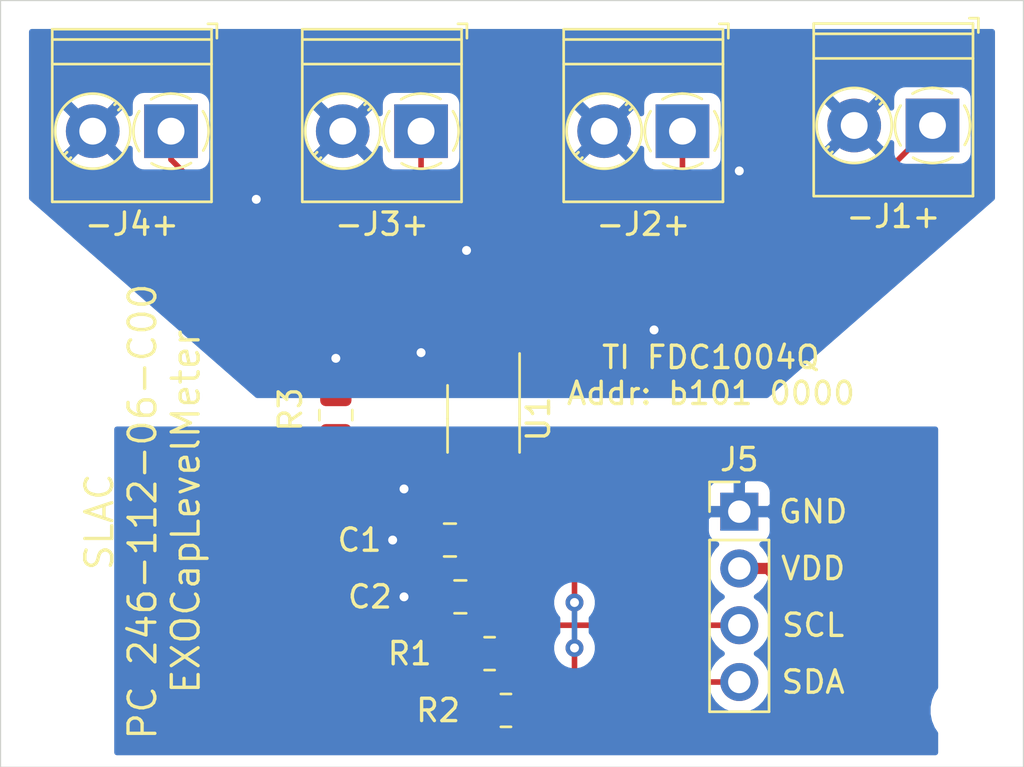
<source format=kicad_pcb>
(kicad_pcb (version 20171130) (host pcbnew "(5.1.10)-1")

  (general
    (thickness 1.6)
    (drawings 10)
    (tracks 116)
    (zones 0)
    (modules 15)
    (nets 11)
  )

  (page A4)
  (layers
    (0 F.Cu signal)
    (31 B.Cu signal)
    (32 B.Adhes user hide)
    (33 F.Adhes user hide)
    (34 B.Paste user hide)
    (35 F.Paste user hide)
    (36 B.SilkS user hide)
    (37 F.SilkS user)
    (38 B.Mask user hide)
    (39 F.Mask user)
    (40 Dwgs.User user hide)
    (41 Cmts.User user hide)
    (42 Eco1.User user hide)
    (43 Eco2.User user hide)
    (44 Edge.Cuts user)
    (45 Margin user hide)
    (46 B.CrtYd user hide)
    (47 F.CrtYd user hide)
    (48 B.Fab user hide)
    (49 F.Fab user hide)
  )

  (setup
    (last_trace_width 0.25)
    (user_trace_width 0.5)
    (user_trace_width 1)
    (trace_clearance 0.2)
    (zone_clearance 0.508)
    (zone_45_only no)
    (trace_min 0.1524)
    (via_size 0.8)
    (via_drill 0.4)
    (via_min_size 0.508)
    (via_min_drill 0.254)
    (uvia_size 0.3)
    (uvia_drill 0.1)
    (uvias_allowed no)
    (uvia_min_size 0.2)
    (uvia_min_drill 0.1)
    (edge_width 0.05)
    (segment_width 0.2)
    (pcb_text_width 0.3)
    (pcb_text_size 1.5 1.5)
    (mod_edge_width 0.12)
    (mod_text_size 1 1)
    (mod_text_width 0.15)
    (pad_size 1.524 1.524)
    (pad_drill 0.762)
    (pad_to_mask_clearance 0.0508)
    (aux_axis_origin 0 0)
    (visible_elements 7FFFFFFF)
    (pcbplotparams
      (layerselection 0x010fc_ffffffff)
      (usegerberextensions false)
      (usegerberattributes true)
      (usegerberadvancedattributes true)
      (creategerberjobfile true)
      (excludeedgelayer true)
      (linewidth 0.100000)
      (plotframeref false)
      (viasonmask false)
      (mode 1)
      (useauxorigin false)
      (hpglpennumber 1)
      (hpglpenspeed 20)
      (hpglpendiameter 15.000000)
      (psnegative false)
      (psa4output false)
      (plotreference true)
      (plotvalue true)
      (plotinvisibletext false)
      (padsonsilk false)
      (subtractmaskfromsilk false)
      (outputformat 4)
      (mirror false)
      (drillshape 2)
      (scaleselection 1)
      (outputdirectory "./"))
  )

  (net 0 "")
  (net 1 /VDD)
  (net 2 /GND)
  (net 3 "Net-(J1-Pad1)")
  (net 4 SHLD1)
  (net 5 "Net-(J2-Pad1)")
  (net 6 "Net-(J3-Pad1)")
  (net 7 "Net-(J4-Pad1)")
  (net 8 /SCL)
  (net 9 /SDA)
  (net 10 "Net-(R3-Pad2)")

  (net_class Default "This is the default net class."
    (clearance 0.2)
    (trace_width 0.25)
    (via_dia 0.8)
    (via_drill 0.4)
    (uvia_dia 0.3)
    (uvia_drill 0.1)
    (add_net /GND)
    (add_net /SCL)
    (add_net /SDA)
    (add_net /VDD)
    (add_net "Net-(J1-Pad1)")
    (add_net "Net-(J2-Pad1)")
    (add_net "Net-(J3-Pad1)")
    (add_net "Net-(J4-Pad1)")
    (add_net "Net-(R3-Pad2)")
    (add_net SHLD1)
  )

  (module MountingHole:MountingHole_2.2mm_M2 (layer F.Cu) (tedit 56D1B4CB) (tstamp 612595A6)
    (at 125.73 71.12)
    (descr "Mounting Hole 2.2mm, no annular, M2")
    (tags "mounting hole 2.2mm no annular m2")
    (attr virtual)
    (fp_text reference REF** (at -1.27 -2.54) (layer F.Fab)
      (effects (font (size 1 1) (thickness 0.15)))
    )
    (fp_text value MountingHole_2.2mm_M2 (at 0 3.2) (layer F.Fab)
      (effects (font (size 1 1) (thickness 0.15)))
    )
    (fp_circle (center 0 0) (end 2.45 0) (layer F.CrtYd) (width 0.05))
    (fp_circle (center 0 0) (end 2.2 0) (layer Cmts.User) (width 0.15))
    (fp_text user %R (at 0.3 0) (layer F.Fab)
      (effects (font (size 1 1) (thickness 0.15)))
    )
    (pad 1 np_thru_hole circle (at 0 0) (size 2.2 2.2) (drill 2.2) (layers *.Cu *.Mask))
  )

  (module MountingHole:MountingHole_2.2mm_M2 (layer F.Cu) (tedit 56D1B4CB) (tstamp 61259582)
    (at 85.09 71.12)
    (descr "Mounting Hole 2.2mm, no annular, M2")
    (tags "mounting hole 2.2mm no annular m2")
    (attr virtual)
    (fp_text reference REF** (at 0 -3.2) (layer F.Fab)
      (effects (font (size 1 1) (thickness 0.15)))
    )
    (fp_text value MountingHole_2.2mm_M2 (at 0 3.2) (layer F.Fab)
      (effects (font (size 1 1) (thickness 0.15)))
    )
    (fp_circle (center 0 0) (end 2.45 0) (layer F.CrtYd) (width 0.05))
    (fp_circle (center 0 0) (end 2.2 0) (layer Cmts.User) (width 0.15))
    (fp_text user %R (at 0.3 0) (layer F.Fab)
      (effects (font (size 1 1) (thickness 0.15)))
    )
    (pad 1 np_thru_hole circle (at 0 0) (size 2.2 2.2) (drill 2.2) (layers *.Cu *.Mask))
  )

  (module MountingHole:MountingHole_2.2mm_M2 (layer F.Cu) (tedit 56D1B4CB) (tstamp 61259665)
    (at 85.09 52.07)
    (descr "Mounting Hole 2.2mm, no annular, M2")
    (tags "mounting hole 2.2mm no annular m2")
    (attr virtual)
    (fp_text reference REF** (at 0 2.54) (layer F.Fab)
      (effects (font (size 1 1) (thickness 0.15)))
    )
    (fp_text value MountingHole_2.2mm_M2 (at 0 3.2) (layer F.Fab)
      (effects (font (size 1 1) (thickness 0.15)))
    )
    (fp_circle (center 0 0) (end 2.45 0) (layer F.CrtYd) (width 0.05))
    (fp_circle (center 0 0) (end 2.2 0) (layer Cmts.User) (width 0.15))
    (fp_text user %R (at 0.3 0) (layer F.Fab)
      (effects (font (size 1 1) (thickness 0.15)))
    )
    (pad 1 np_thru_hole circle (at 0 0) (size 2.2 2.2) (drill 2.2) (layers *.Cu *.Mask))
  )

  (module MountingHole:MountingHole_2.2mm_M2 (layer F.Cu) (tedit 56D1B4CB) (tstamp 612594D1)
    (at 125.73 52.07)
    (descr "Mounting Hole 2.2mm, no annular, M2")
    (tags "mounting hole 2.2mm no annular m2")
    (attr virtual)
    (fp_text reference REF** (at 0 2.54) (layer F.Fab)
      (effects (font (size 1 1) (thickness 0.15)))
    )
    (fp_text value MountingHole_2.2mm_M2 (at 0 3.2) (layer F.Fab)
      (effects (font (size 1 1) (thickness 0.15)))
    )
    (fp_circle (center 0 0) (end 2.45 0) (layer F.CrtYd) (width 0.05))
    (fp_circle (center 0 0) (end 2.2 0) (layer Cmts.User) (width 0.15))
    (fp_text user %R (at 0.3 0) (layer F.Fab)
      (effects (font (size 1 1) (thickness 0.15)))
    )
    (pad 1 np_thru_hole circle (at 0 0) (size 2.2 2.2) (drill 2.2) (layers *.Cu *.Mask))
  )

  (module Resistor_SMD:R_0805_2012Metric_Pad1.20x1.40mm_HandSolder (layer F.Cu) (tedit 5F68FEEE) (tstamp 61259116)
    (at 97.536 57.912 270)
    (descr "Resistor SMD 0805 (2012 Metric), square (rectangular) end terminal, IPC_7351 nominal with elongated pad for handsoldering. (Body size source: IPC-SM-782 page 72, https://www.pcb-3d.com/wordpress/wp-content/uploads/ipc-sm-782a_amendment_1_and_2.pdf), generated with kicad-footprint-generator")
    (tags "resistor handsolder")
    (path /61274285)
    (attr smd)
    (fp_text reference R3 (at -0.254 2.032 90) (layer F.SilkS)
      (effects (font (size 1 1) (thickness 0.15)))
    )
    (fp_text value 0 (at 0 1.65 90) (layer F.Fab)
      (effects (font (size 1 1) (thickness 0.15)))
    )
    (fp_line (start 1.85 0.95) (end -1.85 0.95) (layer F.CrtYd) (width 0.05))
    (fp_line (start 1.85 -0.95) (end 1.85 0.95) (layer F.CrtYd) (width 0.05))
    (fp_line (start -1.85 -0.95) (end 1.85 -0.95) (layer F.CrtYd) (width 0.05))
    (fp_line (start -1.85 0.95) (end -1.85 -0.95) (layer F.CrtYd) (width 0.05))
    (fp_line (start -0.227064 0.735) (end 0.227064 0.735) (layer F.SilkS) (width 0.12))
    (fp_line (start -0.227064 -0.735) (end 0.227064 -0.735) (layer F.SilkS) (width 0.12))
    (fp_line (start 1 0.625) (end -1 0.625) (layer F.Fab) (width 0.1))
    (fp_line (start 1 -0.625) (end 1 0.625) (layer F.Fab) (width 0.1))
    (fp_line (start -1 -0.625) (end 1 -0.625) (layer F.Fab) (width 0.1))
    (fp_line (start -1 0.625) (end -1 -0.625) (layer F.Fab) (width 0.1))
    (fp_text user %R (at 0 0 90) (layer F.Fab)
      (effects (font (size 0.5 0.5) (thickness 0.08)))
    )
    (pad 2 smd roundrect (at 1 0 270) (size 1.2 1.4) (layers F.Cu F.Paste F.Mask) (roundrect_rratio 0.2083325)
      (net 10 "Net-(R3-Pad2)"))
    (pad 1 smd roundrect (at -1 0 270) (size 1.2 1.4) (layers F.Cu F.Paste F.Mask) (roundrect_rratio 0.2083325)
      (net 4 SHLD1))
    (model ${KISYS3DMOD}/Resistor_SMD.3dshapes/R_0805_2012Metric.wrl
      (at (xyz 0 0 0))
      (scale (xyz 1 1 1))
      (rotate (xyz 0 0 0))
    )
  )

  (module Capacitor_SMD:C_0805_2012Metric_Pad1.18x1.45mm_HandSolder (layer F.Cu) (tedit 5F68FEEF) (tstamp 61256B00)
    (at 102.6375 63.5 180)
    (descr "Capacitor SMD 0805 (2012 Metric), square (rectangular) end terminal, IPC_7351 nominal with elongated pad for handsoldering. (Body size source: IPC-SM-782 page 76, https://www.pcb-3d.com/wordpress/wp-content/uploads/ipc-sm-782a_amendment_1_and_2.pdf, https://docs.google.com/spreadsheets/d/1BsfQQcO9C6DZCsRaXUlFlo91Tg2WpOkGARC1WS5S8t0/edit?usp=sharing), generated with kicad-footprint-generator")
    (tags "capacitor handsolder")
    (path /6125A59F)
    (attr smd)
    (fp_text reference C1 (at 4.0425 0) (layer F.SilkS)
      (effects (font (size 1 1) (thickness 0.15)))
    )
    (fp_text value 0.1uF (at -3.5775 2.54) (layer F.Fab)
      (effects (font (size 1 1) (thickness 0.15)))
    )
    (fp_line (start -1 0.625) (end -1 -0.625) (layer F.Fab) (width 0.1))
    (fp_line (start -1 -0.625) (end 1 -0.625) (layer F.Fab) (width 0.1))
    (fp_line (start 1 -0.625) (end 1 0.625) (layer F.Fab) (width 0.1))
    (fp_line (start 1 0.625) (end -1 0.625) (layer F.Fab) (width 0.1))
    (fp_line (start -0.261252 -0.735) (end 0.261252 -0.735) (layer F.SilkS) (width 0.12))
    (fp_line (start -0.261252 0.735) (end 0.261252 0.735) (layer F.SilkS) (width 0.12))
    (fp_line (start -1.88 0.98) (end -1.88 -0.98) (layer F.CrtYd) (width 0.05))
    (fp_line (start -1.88 -0.98) (end 1.88 -0.98) (layer F.CrtYd) (width 0.05))
    (fp_line (start 1.88 -0.98) (end 1.88 0.98) (layer F.CrtYd) (width 0.05))
    (fp_line (start 1.88 0.98) (end -1.88 0.98) (layer F.CrtYd) (width 0.05))
    (fp_text user %R (at 0 0) (layer F.Fab)
      (effects (font (size 0.5 0.5) (thickness 0.08)))
    )
    (pad 1 smd roundrect (at -1.0375 0 180) (size 1.175 1.45) (layers F.Cu F.Paste F.Mask) (roundrect_rratio 0.2127659574468085)
      (net 1 /VDD))
    (pad 2 smd roundrect (at 1.0375 0 180) (size 1.175 1.45) (layers F.Cu F.Paste F.Mask) (roundrect_rratio 0.2127659574468085)
      (net 2 /GND))
    (model ${KISYS3DMOD}/Capacitor_SMD.3dshapes/C_0805_2012Metric.wrl
      (at (xyz 0 0 0))
      (scale (xyz 1 1 1))
      (rotate (xyz 0 0 0))
    )
  )

  (module Capacitor_SMD:C_0805_2012Metric_Pad1.18x1.45mm_HandSolder (layer F.Cu) (tedit 5F68FEEF) (tstamp 61256B11)
    (at 103.1025 66.04 180)
    (descr "Capacitor SMD 0805 (2012 Metric), square (rectangular) end terminal, IPC_7351 nominal with elongated pad for handsoldering. (Body size source: IPC-SM-782 page 76, https://www.pcb-3d.com/wordpress/wp-content/uploads/ipc-sm-782a_amendment_1_and_2.pdf, https://docs.google.com/spreadsheets/d/1BsfQQcO9C6DZCsRaXUlFlo91Tg2WpOkGARC1WS5S8t0/edit?usp=sharing), generated with kicad-footprint-generator")
    (tags "capacitor handsolder")
    (path /6125AD74)
    (attr smd)
    (fp_text reference C2 (at 4.0425 0) (layer F.SilkS)
      (effects (font (size 1 1) (thickness 0.15)))
    )
    (fp_text value 1uF (at 0 1.68) (layer F.Fab)
      (effects (font (size 1 1) (thickness 0.15)))
    )
    (fp_line (start 1.88 0.98) (end -1.88 0.98) (layer F.CrtYd) (width 0.05))
    (fp_line (start 1.88 -0.98) (end 1.88 0.98) (layer F.CrtYd) (width 0.05))
    (fp_line (start -1.88 -0.98) (end 1.88 -0.98) (layer F.CrtYd) (width 0.05))
    (fp_line (start -1.88 0.98) (end -1.88 -0.98) (layer F.CrtYd) (width 0.05))
    (fp_line (start -0.261252 0.735) (end 0.261252 0.735) (layer F.SilkS) (width 0.12))
    (fp_line (start -0.261252 -0.735) (end 0.261252 -0.735) (layer F.SilkS) (width 0.12))
    (fp_line (start 1 0.625) (end -1 0.625) (layer F.Fab) (width 0.1))
    (fp_line (start 1 -0.625) (end 1 0.625) (layer F.Fab) (width 0.1))
    (fp_line (start -1 -0.625) (end 1 -0.625) (layer F.Fab) (width 0.1))
    (fp_line (start -1 0.625) (end -1 -0.625) (layer F.Fab) (width 0.1))
    (fp_text user %R (at 0 0) (layer F.Fab)
      (effects (font (size 0.5 0.5) (thickness 0.08)))
    )
    (pad 2 smd roundrect (at 1.0375 0 180) (size 1.175 1.45) (layers F.Cu F.Paste F.Mask) (roundrect_rratio 0.2127659574468085)
      (net 2 /GND))
    (pad 1 smd roundrect (at -1.0375 0 180) (size 1.175 1.45) (layers F.Cu F.Paste F.Mask) (roundrect_rratio 0.2127659574468085)
      (net 1 /VDD))
    (model ${KISYS3DMOD}/Capacitor_SMD.3dshapes/C_0805_2012Metric.wrl
      (at (xyz 0 0 0))
      (scale (xyz 1 1 1))
      (rotate (xyz 0 0 0))
    )
  )

  (module TerminalBlock_Phoenix:TerminalBlock_Phoenix_PT-1,5-2-3.5-H_1x02_P3.50mm_Horizontal (layer F.Cu) (tedit 5B294F3F) (tstamp 61256B3B)
    (at 124.206 44.958 180)
    (descr "Terminal Block Phoenix PT-1,5-2-3.5-H, 2 pins, pitch 3.5mm, size 7x7.6mm^2, drill diamater 1.2mm, pad diameter 2.4mm, see , script-generated using https://github.com/pointhi/kicad-footprint-generator/scripts/TerminalBlock_Phoenix")
    (tags "THT Terminal Block Phoenix PT-1,5-2-3.5-H pitch 3.5mm size 7x7.6mm^2 drill 1.2mm pad 2.4mm")
    (path /6125322E)
    (fp_text reference -J1+ (at 1.75 -4.064) (layer F.SilkS)
      (effects (font (size 1 1) (thickness 0.15)))
    )
    (fp_text value Conn_01x02_Female (at 1.75 5.56) (layer F.Fab)
      (effects (font (size 1 1) (thickness 0.15)))
    )
    (fp_circle (center 0 0) (end 1.5 0) (layer F.Fab) (width 0.1))
    (fp_circle (center 3.5 0) (end 5 0) (layer F.Fab) (width 0.1))
    (fp_circle (center 3.5 0) (end 5.18 0) (layer F.SilkS) (width 0.12))
    (fp_line (start -1.75 -3.1) (end 5.25 -3.1) (layer F.Fab) (width 0.1))
    (fp_line (start 5.25 -3.1) (end 5.25 4.5) (layer F.Fab) (width 0.1))
    (fp_line (start 5.25 4.5) (end -1.35 4.5) (layer F.Fab) (width 0.1))
    (fp_line (start -1.35 4.5) (end -1.75 4.1) (layer F.Fab) (width 0.1))
    (fp_line (start -1.75 4.1) (end -1.75 -3.1) (layer F.Fab) (width 0.1))
    (fp_line (start -1.75 4.1) (end 5.25 4.1) (layer F.Fab) (width 0.1))
    (fp_line (start -1.81 4.1) (end 5.31 4.1) (layer F.SilkS) (width 0.12))
    (fp_line (start -1.75 3) (end 5.25 3) (layer F.Fab) (width 0.1))
    (fp_line (start -1.81 3) (end 5.31 3) (layer F.SilkS) (width 0.12))
    (fp_line (start -1.81 -3.16) (end 5.31 -3.16) (layer F.SilkS) (width 0.12))
    (fp_line (start -1.81 4.56) (end 5.31 4.56) (layer F.SilkS) (width 0.12))
    (fp_line (start -1.81 -3.16) (end -1.81 4.56) (layer F.SilkS) (width 0.12))
    (fp_line (start 5.31 -3.16) (end 5.31 4.56) (layer F.SilkS) (width 0.12))
    (fp_line (start 1.138 -0.955) (end -0.955 1.138) (layer F.Fab) (width 0.1))
    (fp_line (start 0.955 -1.138) (end -1.138 0.955) (layer F.Fab) (width 0.1))
    (fp_line (start 4.638 -0.955) (end 2.546 1.138) (layer F.Fab) (width 0.1))
    (fp_line (start 4.455 -1.138) (end 2.363 0.955) (layer F.Fab) (width 0.1))
    (fp_line (start 4.775 -1.069) (end 4.646 -0.941) (layer F.SilkS) (width 0.12))
    (fp_line (start 2.525 1.181) (end 2.431 1.274) (layer F.SilkS) (width 0.12))
    (fp_line (start 4.57 -1.275) (end 4.476 -1.181) (layer F.SilkS) (width 0.12))
    (fp_line (start 2.355 0.941) (end 2.226 1.069) (layer F.SilkS) (width 0.12))
    (fp_line (start -2.05 4.16) (end -2.05 4.8) (layer F.SilkS) (width 0.12))
    (fp_line (start -2.05 4.8) (end -1.65 4.8) (layer F.SilkS) (width 0.12))
    (fp_line (start -2.25 -3.6) (end -2.25 5) (layer F.CrtYd) (width 0.05))
    (fp_line (start -2.25 5) (end 5.75 5) (layer F.CrtYd) (width 0.05))
    (fp_line (start 5.75 5) (end 5.75 -3.6) (layer F.CrtYd) (width 0.05))
    (fp_line (start 5.75 -3.6) (end -2.25 -3.6) (layer F.CrtYd) (width 0.05))
    (fp_arc (start 0 0) (end 0 1.68) (angle -32) (layer F.SilkS) (width 0.12))
    (fp_arc (start 0 0) (end 1.425 0.891) (angle -64) (layer F.SilkS) (width 0.12))
    (fp_arc (start 0 0) (end 0.866 -1.44) (angle -63) (layer F.SilkS) (width 0.12))
    (fp_arc (start 0 0) (end -1.44 -0.866) (angle -63) (layer F.SilkS) (width 0.12))
    (fp_arc (start 0 0) (end -0.866 1.44) (angle -32) (layer F.SilkS) (width 0.12))
    (fp_text user %R (at 1.75 2.4) (layer F.Fab)
      (effects (font (size 1 1) (thickness 0.15)))
    )
    (pad 1 thru_hole rect (at 0 0 180) (size 2.4 2.4) (drill 1.2) (layers *.Cu *.Mask)
      (net 3 "Net-(J1-Pad1)"))
    (pad 2 thru_hole circle (at 3.5 0 180) (size 2.4 2.4) (drill 1.2) (layers *.Cu *.Mask)
      (net 4 SHLD1))
    (model ${KISYS3DMOD}/TerminalBlock_Phoenix.3dshapes/TerminalBlock_Phoenix_PT-1,5-2-3.5-H_1x02_P3.50mm_Horizontal.wrl
      (at (xyz 0 0 0))
      (scale (xyz 1 1 1))
      (rotate (xyz 0 0 0))
    )
  )

  (module TerminalBlock_Phoenix:TerminalBlock_Phoenix_PT-1,5-2-3.5-H_1x02_P3.50mm_Horizontal (layer F.Cu) (tedit 5B294F3F) (tstamp 61256B65)
    (at 113.03 45.212 180)
    (descr "Terminal Block Phoenix PT-1,5-2-3.5-H, 2 pins, pitch 3.5mm, size 7x7.6mm^2, drill diamater 1.2mm, pad diameter 2.4mm, see , script-generated using https://github.com/pointhi/kicad-footprint-generator/scripts/TerminalBlock_Phoenix")
    (tags "THT Terminal Block Phoenix PT-1,5-2-3.5-H pitch 3.5mm size 7x7.6mm^2 drill 1.2mm pad 2.4mm")
    (path /6125582A)
    (fp_text reference -J2+ (at 1.75 -4.16) (layer F.SilkS)
      (effects (font (size 1 1) (thickness 0.15)))
    )
    (fp_text value Conn_01x02_Female (at 1.75 5.56) (layer F.Fab)
      (effects (font (size 1 1) (thickness 0.15)))
    )
    (fp_line (start 5.75 -3.6) (end -2.25 -3.6) (layer F.CrtYd) (width 0.05))
    (fp_line (start 5.75 5) (end 5.75 -3.6) (layer F.CrtYd) (width 0.05))
    (fp_line (start -2.25 5) (end 5.75 5) (layer F.CrtYd) (width 0.05))
    (fp_line (start -2.25 -3.6) (end -2.25 5) (layer F.CrtYd) (width 0.05))
    (fp_line (start -2.05 4.8) (end -1.65 4.8) (layer F.SilkS) (width 0.12))
    (fp_line (start -2.05 4.16) (end -2.05 4.8) (layer F.SilkS) (width 0.12))
    (fp_line (start 2.355 0.941) (end 2.226 1.069) (layer F.SilkS) (width 0.12))
    (fp_line (start 4.57 -1.275) (end 4.476 -1.181) (layer F.SilkS) (width 0.12))
    (fp_line (start 2.525 1.181) (end 2.431 1.274) (layer F.SilkS) (width 0.12))
    (fp_line (start 4.775 -1.069) (end 4.646 -0.941) (layer F.SilkS) (width 0.12))
    (fp_line (start 4.455 -1.138) (end 2.363 0.955) (layer F.Fab) (width 0.1))
    (fp_line (start 4.638 -0.955) (end 2.546 1.138) (layer F.Fab) (width 0.1))
    (fp_line (start 0.955 -1.138) (end -1.138 0.955) (layer F.Fab) (width 0.1))
    (fp_line (start 1.138 -0.955) (end -0.955 1.138) (layer F.Fab) (width 0.1))
    (fp_line (start 5.31 -3.16) (end 5.31 4.56) (layer F.SilkS) (width 0.12))
    (fp_line (start -1.81 -3.16) (end -1.81 4.56) (layer F.SilkS) (width 0.12))
    (fp_line (start -1.81 4.56) (end 5.31 4.56) (layer F.SilkS) (width 0.12))
    (fp_line (start -1.81 -3.16) (end 5.31 -3.16) (layer F.SilkS) (width 0.12))
    (fp_line (start -1.81 3) (end 5.31 3) (layer F.SilkS) (width 0.12))
    (fp_line (start -1.75 3) (end 5.25 3) (layer F.Fab) (width 0.1))
    (fp_line (start -1.81 4.1) (end 5.31 4.1) (layer F.SilkS) (width 0.12))
    (fp_line (start -1.75 4.1) (end 5.25 4.1) (layer F.Fab) (width 0.1))
    (fp_line (start -1.75 4.1) (end -1.75 -3.1) (layer F.Fab) (width 0.1))
    (fp_line (start -1.35 4.5) (end -1.75 4.1) (layer F.Fab) (width 0.1))
    (fp_line (start 5.25 4.5) (end -1.35 4.5) (layer F.Fab) (width 0.1))
    (fp_line (start 5.25 -3.1) (end 5.25 4.5) (layer F.Fab) (width 0.1))
    (fp_line (start -1.75 -3.1) (end 5.25 -3.1) (layer F.Fab) (width 0.1))
    (fp_circle (center 3.5 0) (end 5.18 0) (layer F.SilkS) (width 0.12))
    (fp_circle (center 3.5 0) (end 5 0) (layer F.Fab) (width 0.1))
    (fp_circle (center 0 0) (end 1.5 0) (layer F.Fab) (width 0.1))
    (fp_text user %R (at 1.75 2.4) (layer F.Fab)
      (effects (font (size 1 1) (thickness 0.15)))
    )
    (fp_arc (start 0 0) (end -0.866 1.44) (angle -32) (layer F.SilkS) (width 0.12))
    (fp_arc (start 0 0) (end -1.44 -0.866) (angle -63) (layer F.SilkS) (width 0.12))
    (fp_arc (start 0 0) (end 0.866 -1.44) (angle -63) (layer F.SilkS) (width 0.12))
    (fp_arc (start 0 0) (end 1.425 0.891) (angle -64) (layer F.SilkS) (width 0.12))
    (fp_arc (start 0 0) (end 0 1.68) (angle -32) (layer F.SilkS) (width 0.12))
    (pad 2 thru_hole circle (at 3.5 0 180) (size 2.4 2.4) (drill 1.2) (layers *.Cu *.Mask)
      (net 4 SHLD1))
    (pad 1 thru_hole rect (at 0 0 180) (size 2.4 2.4) (drill 1.2) (layers *.Cu *.Mask)
      (net 5 "Net-(J2-Pad1)"))
    (model ${KISYS3DMOD}/TerminalBlock_Phoenix.3dshapes/TerminalBlock_Phoenix_PT-1,5-2-3.5-H_1x02_P3.50mm_Horizontal.wrl
      (at (xyz 0 0 0))
      (scale (xyz 1 1 1))
      (rotate (xyz 0 0 0))
    )
  )

  (module TerminalBlock_Phoenix:TerminalBlock_Phoenix_PT-1,5-2-3.5-H_1x02_P3.50mm_Horizontal (layer F.Cu) (tedit 5B294F3F) (tstamp 61256B8F)
    (at 101.346 45.212 180)
    (descr "Terminal Block Phoenix PT-1,5-2-3.5-H, 2 pins, pitch 3.5mm, size 7x7.6mm^2, drill diamater 1.2mm, pad diameter 2.4mm, see , script-generated using https://github.com/pointhi/kicad-footprint-generator/scripts/TerminalBlock_Phoenix")
    (tags "THT Terminal Block Phoenix PT-1,5-2-3.5-H pitch 3.5mm size 7x7.6mm^2 drill 1.2mm pad 2.4mm")
    (path /61255BFD)
    (fp_text reference -J3+ (at 1.75 -4.16) (layer F.SilkS)
      (effects (font (size 1 1) (thickness 0.15)))
    )
    (fp_text value Conn_01x02_Female (at 1.75 5.56) (layer F.Fab)
      (effects (font (size 1 1) (thickness 0.15)))
    )
    (fp_circle (center 0 0) (end 1.5 0) (layer F.Fab) (width 0.1))
    (fp_circle (center 3.5 0) (end 5 0) (layer F.Fab) (width 0.1))
    (fp_circle (center 3.5 0) (end 5.18 0) (layer F.SilkS) (width 0.12))
    (fp_line (start -1.75 -3.1) (end 5.25 -3.1) (layer F.Fab) (width 0.1))
    (fp_line (start 5.25 -3.1) (end 5.25 4.5) (layer F.Fab) (width 0.1))
    (fp_line (start 5.25 4.5) (end -1.35 4.5) (layer F.Fab) (width 0.1))
    (fp_line (start -1.35 4.5) (end -1.75 4.1) (layer F.Fab) (width 0.1))
    (fp_line (start -1.75 4.1) (end -1.75 -3.1) (layer F.Fab) (width 0.1))
    (fp_line (start -1.75 4.1) (end 5.25 4.1) (layer F.Fab) (width 0.1))
    (fp_line (start -1.81 4.1) (end 5.31 4.1) (layer F.SilkS) (width 0.12))
    (fp_line (start -1.75 3) (end 5.25 3) (layer F.Fab) (width 0.1))
    (fp_line (start -1.81 3) (end 5.31 3) (layer F.SilkS) (width 0.12))
    (fp_line (start -1.81 -3.16) (end 5.31 -3.16) (layer F.SilkS) (width 0.12))
    (fp_line (start -1.81 4.56) (end 5.31 4.56) (layer F.SilkS) (width 0.12))
    (fp_line (start -1.81 -3.16) (end -1.81 4.56) (layer F.SilkS) (width 0.12))
    (fp_line (start 5.31 -3.16) (end 5.31 4.56) (layer F.SilkS) (width 0.12))
    (fp_line (start 1.138 -0.955) (end -0.955 1.138) (layer F.Fab) (width 0.1))
    (fp_line (start 0.955 -1.138) (end -1.138 0.955) (layer F.Fab) (width 0.1))
    (fp_line (start 4.638 -0.955) (end 2.546 1.138) (layer F.Fab) (width 0.1))
    (fp_line (start 4.455 -1.138) (end 2.363 0.955) (layer F.Fab) (width 0.1))
    (fp_line (start 4.775 -1.069) (end 4.646 -0.941) (layer F.SilkS) (width 0.12))
    (fp_line (start 2.525 1.181) (end 2.431 1.274) (layer F.SilkS) (width 0.12))
    (fp_line (start 4.57 -1.275) (end 4.476 -1.181) (layer F.SilkS) (width 0.12))
    (fp_line (start 2.355 0.941) (end 2.226 1.069) (layer F.SilkS) (width 0.12))
    (fp_line (start -2.05 4.16) (end -2.05 4.8) (layer F.SilkS) (width 0.12))
    (fp_line (start -2.05 4.8) (end -1.65 4.8) (layer F.SilkS) (width 0.12))
    (fp_line (start -2.25 -3.6) (end -2.25 5) (layer F.CrtYd) (width 0.05))
    (fp_line (start -2.25 5) (end 5.75 5) (layer F.CrtYd) (width 0.05))
    (fp_line (start 5.75 5) (end 5.75 -3.6) (layer F.CrtYd) (width 0.05))
    (fp_line (start 5.75 -3.6) (end -2.25 -3.6) (layer F.CrtYd) (width 0.05))
    (fp_arc (start 0 0) (end 0 1.68) (angle -32) (layer F.SilkS) (width 0.12))
    (fp_arc (start 0 0) (end 1.425 0.891) (angle -64) (layer F.SilkS) (width 0.12))
    (fp_arc (start 0 0) (end 0.866 -1.44) (angle -63) (layer F.SilkS) (width 0.12))
    (fp_arc (start 0 0) (end -1.44 -0.866) (angle -63) (layer F.SilkS) (width 0.12))
    (fp_arc (start 0 0) (end -0.866 1.44) (angle -32) (layer F.SilkS) (width 0.12))
    (fp_text user %R (at 1.75 2.4) (layer F.Fab)
      (effects (font (size 1 1) (thickness 0.15)))
    )
    (pad 1 thru_hole rect (at 0 0 180) (size 2.4 2.4) (drill 1.2) (layers *.Cu *.Mask)
      (net 6 "Net-(J3-Pad1)"))
    (pad 2 thru_hole circle (at 3.5 0 180) (size 2.4 2.4) (drill 1.2) (layers *.Cu *.Mask)
      (net 4 SHLD1))
    (model ${KISYS3DMOD}/TerminalBlock_Phoenix.3dshapes/TerminalBlock_Phoenix_PT-1,5-2-3.5-H_1x02_P3.50mm_Horizontal.wrl
      (at (xyz 0 0 0))
      (scale (xyz 1 1 1))
      (rotate (xyz 0 0 0))
    )
  )

  (module TerminalBlock_Phoenix:TerminalBlock_Phoenix_PT-1,5-2-3.5-H_1x02_P3.50mm_Horizontal (layer F.Cu) (tedit 5B294F3F) (tstamp 61256BB9)
    (at 90.17 45.212 180)
    (descr "Terminal Block Phoenix PT-1,5-2-3.5-H, 2 pins, pitch 3.5mm, size 7x7.6mm^2, drill diamater 1.2mm, pad diameter 2.4mm, see , script-generated using https://github.com/pointhi/kicad-footprint-generator/scripts/TerminalBlock_Phoenix")
    (tags "THT Terminal Block Phoenix PT-1,5-2-3.5-H pitch 3.5mm size 7x7.6mm^2 drill 1.2mm pad 2.4mm")
    (path /61256087)
    (fp_text reference -J4+ (at 1.75 -4.16) (layer F.SilkS)
      (effects (font (size 1 1) (thickness 0.15)))
    )
    (fp_text value Conn_01x02_Female (at 1.75 5.56) (layer F.Fab)
      (effects (font (size 1 1) (thickness 0.15)))
    )
    (fp_line (start 5.75 -3.6) (end -2.25 -3.6) (layer F.CrtYd) (width 0.05))
    (fp_line (start 5.75 5) (end 5.75 -3.6) (layer F.CrtYd) (width 0.05))
    (fp_line (start -2.25 5) (end 5.75 5) (layer F.CrtYd) (width 0.05))
    (fp_line (start -2.25 -3.6) (end -2.25 5) (layer F.CrtYd) (width 0.05))
    (fp_line (start -2.05 4.8) (end -1.65 4.8) (layer F.SilkS) (width 0.12))
    (fp_line (start -2.05 4.16) (end -2.05 4.8) (layer F.SilkS) (width 0.12))
    (fp_line (start 2.355 0.941) (end 2.226 1.069) (layer F.SilkS) (width 0.12))
    (fp_line (start 4.57 -1.275) (end 4.476 -1.181) (layer F.SilkS) (width 0.12))
    (fp_line (start 2.525 1.181) (end 2.431 1.274) (layer F.SilkS) (width 0.12))
    (fp_line (start 4.775 -1.069) (end 4.646 -0.941) (layer F.SilkS) (width 0.12))
    (fp_line (start 4.455 -1.138) (end 2.363 0.955) (layer F.Fab) (width 0.1))
    (fp_line (start 4.638 -0.955) (end 2.546 1.138) (layer F.Fab) (width 0.1))
    (fp_line (start 0.955 -1.138) (end -1.138 0.955) (layer F.Fab) (width 0.1))
    (fp_line (start 1.138 -0.955) (end -0.955 1.138) (layer F.Fab) (width 0.1))
    (fp_line (start 5.31 -3.16) (end 5.31 4.56) (layer F.SilkS) (width 0.12))
    (fp_line (start -1.81 -3.16) (end -1.81 4.56) (layer F.SilkS) (width 0.12))
    (fp_line (start -1.81 4.56) (end 5.31 4.56) (layer F.SilkS) (width 0.12))
    (fp_line (start -1.81 -3.16) (end 5.31 -3.16) (layer F.SilkS) (width 0.12))
    (fp_line (start -1.81 3) (end 5.31 3) (layer F.SilkS) (width 0.12))
    (fp_line (start -1.75 3) (end 5.25 3) (layer F.Fab) (width 0.1))
    (fp_line (start -1.81 4.1) (end 5.31 4.1) (layer F.SilkS) (width 0.12))
    (fp_line (start -1.75 4.1) (end 5.25 4.1) (layer F.Fab) (width 0.1))
    (fp_line (start -1.75 4.1) (end -1.75 -3.1) (layer F.Fab) (width 0.1))
    (fp_line (start -1.35 4.5) (end -1.75 4.1) (layer F.Fab) (width 0.1))
    (fp_line (start 5.25 4.5) (end -1.35 4.5) (layer F.Fab) (width 0.1))
    (fp_line (start 5.25 -3.1) (end 5.25 4.5) (layer F.Fab) (width 0.1))
    (fp_line (start -1.75 -3.1) (end 5.25 -3.1) (layer F.Fab) (width 0.1))
    (fp_circle (center 3.5 0) (end 5.18 0) (layer F.SilkS) (width 0.12))
    (fp_circle (center 3.5 0) (end 5 0) (layer F.Fab) (width 0.1))
    (fp_circle (center 0 0) (end 1.5 0) (layer F.Fab) (width 0.1))
    (fp_text user %R (at 1.75 2.4) (layer F.Fab)
      (effects (font (size 1 1) (thickness 0.15)))
    )
    (fp_arc (start 0 0) (end -0.866 1.44) (angle -32) (layer F.SilkS) (width 0.12))
    (fp_arc (start 0 0) (end -1.44 -0.866) (angle -63) (layer F.SilkS) (width 0.12))
    (fp_arc (start 0 0) (end 0.866 -1.44) (angle -63) (layer F.SilkS) (width 0.12))
    (fp_arc (start 0 0) (end 1.425 0.891) (angle -64) (layer F.SilkS) (width 0.12))
    (fp_arc (start 0 0) (end 0 1.68) (angle -32) (layer F.SilkS) (width 0.12))
    (pad 2 thru_hole circle (at 3.5 0 180) (size 2.4 2.4) (drill 1.2) (layers *.Cu *.Mask)
      (net 4 SHLD1))
    (pad 1 thru_hole rect (at 0 0 180) (size 2.4 2.4) (drill 1.2) (layers *.Cu *.Mask)
      (net 7 "Net-(J4-Pad1)"))
    (model ${KISYS3DMOD}/TerminalBlock_Phoenix.3dshapes/TerminalBlock_Phoenix_PT-1,5-2-3.5-H_1x02_P3.50mm_Horizontal.wrl
      (at (xyz 0 0 0))
      (scale (xyz 1 1 1))
      (rotate (xyz 0 0 0))
    )
  )

  (module Connector_PinHeader_2.54mm:PinHeader_1x04_P2.54mm_Vertical (layer F.Cu) (tedit 59FED5CC) (tstamp 61256BD1)
    (at 115.57 62.23)
    (descr "Through hole straight pin header, 1x04, 2.54mm pitch, single row")
    (tags "Through hole pin header THT 1x04 2.54mm single row")
    (path /612525D3)
    (fp_text reference J5 (at 0 -2.33) (layer F.SilkS)
      (effects (font (size 1 1) (thickness 0.15)))
    )
    (fp_text value Conn_01x04_Male (at 0 9.95) (layer F.Fab)
      (effects (font (size 1 1) (thickness 0.15)))
    )
    (fp_line (start -0.635 -1.27) (end 1.27 -1.27) (layer F.Fab) (width 0.1))
    (fp_line (start 1.27 -1.27) (end 1.27 8.89) (layer F.Fab) (width 0.1))
    (fp_line (start 1.27 8.89) (end -1.27 8.89) (layer F.Fab) (width 0.1))
    (fp_line (start -1.27 8.89) (end -1.27 -0.635) (layer F.Fab) (width 0.1))
    (fp_line (start -1.27 -0.635) (end -0.635 -1.27) (layer F.Fab) (width 0.1))
    (fp_line (start -1.33 8.95) (end 1.33 8.95) (layer F.SilkS) (width 0.12))
    (fp_line (start -1.33 1.27) (end -1.33 8.95) (layer F.SilkS) (width 0.12))
    (fp_line (start 1.33 1.27) (end 1.33 8.95) (layer F.SilkS) (width 0.12))
    (fp_line (start -1.33 1.27) (end 1.33 1.27) (layer F.SilkS) (width 0.12))
    (fp_line (start -1.33 0) (end -1.33 -1.33) (layer F.SilkS) (width 0.12))
    (fp_line (start -1.33 -1.33) (end 0 -1.33) (layer F.SilkS) (width 0.12))
    (fp_line (start -1.8 -1.8) (end -1.8 9.4) (layer F.CrtYd) (width 0.05))
    (fp_line (start -1.8 9.4) (end 1.8 9.4) (layer F.CrtYd) (width 0.05))
    (fp_line (start 1.8 9.4) (end 1.8 -1.8) (layer F.CrtYd) (width 0.05))
    (fp_line (start 1.8 -1.8) (end -1.8 -1.8) (layer F.CrtYd) (width 0.05))
    (fp_text user %R (at 0 3.81 90) (layer F.Fab)
      (effects (font (size 1 1) (thickness 0.15)))
    )
    (pad 1 thru_hole rect (at 0 0) (size 1.7 1.7) (drill 1) (layers *.Cu *.Mask)
      (net 2 /GND))
    (pad 2 thru_hole oval (at 0 2.54) (size 1.7 1.7) (drill 1) (layers *.Cu *.Mask)
      (net 1 /VDD))
    (pad 3 thru_hole oval (at 0 5.08) (size 1.7 1.7) (drill 1) (layers *.Cu *.Mask)
      (net 8 /SCL))
    (pad 4 thru_hole oval (at 0 7.62) (size 1.7 1.7) (drill 1) (layers *.Cu *.Mask)
      (net 9 /SDA))
    (model ${KISYS3DMOD}/Connector_PinHeader_2.54mm.3dshapes/PinHeader_1x04_P2.54mm_Vertical.wrl
      (at (xyz 0 0 0))
      (scale (xyz 1 1 1))
      (rotate (xyz 0 0 0))
    )
  )

  (module Resistor_SMD:R_0805_2012Metric_Pad1.20x1.40mm_HandSolder (layer F.Cu) (tedit 5F68FEEE) (tstamp 61256BE2)
    (at 104.41 68.58 180)
    (descr "Resistor SMD 0805 (2012 Metric), square (rectangular) end terminal, IPC_7351 nominal with elongated pad for handsoldering. (Body size source: IPC-SM-782 page 72, https://www.pcb-3d.com/wordpress/wp-content/uploads/ipc-sm-782a_amendment_1_and_2.pdf), generated with kicad-footprint-generator")
    (tags "resistor handsolder")
    (path /6125B238)
    (attr smd)
    (fp_text reference R1 (at 3.572 0) (layer F.SilkS)
      (effects (font (size 1 1) (thickness 0.15)))
    )
    (fp_text value 10K (at 0 1.65) (layer F.Fab)
      (effects (font (size 1 1) (thickness 0.15)))
    )
    (fp_line (start -1 0.625) (end -1 -0.625) (layer F.Fab) (width 0.1))
    (fp_line (start -1 -0.625) (end 1 -0.625) (layer F.Fab) (width 0.1))
    (fp_line (start 1 -0.625) (end 1 0.625) (layer F.Fab) (width 0.1))
    (fp_line (start 1 0.625) (end -1 0.625) (layer F.Fab) (width 0.1))
    (fp_line (start -0.227064 -0.735) (end 0.227064 -0.735) (layer F.SilkS) (width 0.12))
    (fp_line (start -0.227064 0.735) (end 0.227064 0.735) (layer F.SilkS) (width 0.12))
    (fp_line (start -1.85 0.95) (end -1.85 -0.95) (layer F.CrtYd) (width 0.05))
    (fp_line (start -1.85 -0.95) (end 1.85 -0.95) (layer F.CrtYd) (width 0.05))
    (fp_line (start 1.85 -0.95) (end 1.85 0.95) (layer F.CrtYd) (width 0.05))
    (fp_line (start 1.85 0.95) (end -1.85 0.95) (layer F.CrtYd) (width 0.05))
    (fp_text user %R (at 0 0) (layer F.Fab)
      (effects (font (size 0.5 0.5) (thickness 0.08)))
    )
    (pad 1 smd roundrect (at -1 0 180) (size 1.2 1.4) (layers F.Cu F.Paste F.Mask) (roundrect_rratio 0.2083325)
      (net 8 /SCL))
    (pad 2 smd roundrect (at 1 0 180) (size 1.2 1.4) (layers F.Cu F.Paste F.Mask) (roundrect_rratio 0.2083325)
      (net 1 /VDD))
    (model ${KISYS3DMOD}/Resistor_SMD.3dshapes/R_0805_2012Metric.wrl
      (at (xyz 0 0 0))
      (scale (xyz 1 1 1))
      (rotate (xyz 0 0 0))
    )
  )

  (module Resistor_SMD:R_0805_2012Metric_Pad1.20x1.40mm_HandSolder (layer F.Cu) (tedit 5F68FEEE) (tstamp 61256BF3)
    (at 105.14 71.12 180)
    (descr "Resistor SMD 0805 (2012 Metric), square (rectangular) end terminal, IPC_7351 nominal with elongated pad for handsoldering. (Body size source: IPC-SM-782 page 72, https://www.pcb-3d.com/wordpress/wp-content/uploads/ipc-sm-782a_amendment_1_and_2.pdf), generated with kicad-footprint-generator")
    (tags "resistor handsolder")
    (path /6125BC1E)
    (attr smd)
    (fp_text reference R2 (at 3.032 0) (layer F.SilkS)
      (effects (font (size 1 1) (thickness 0.15)))
    )
    (fp_text value 10K (at 0 1.65) (layer F.Fab)
      (effects (font (size 1 1) (thickness 0.15)))
    )
    (fp_line (start 1.85 0.95) (end -1.85 0.95) (layer F.CrtYd) (width 0.05))
    (fp_line (start 1.85 -0.95) (end 1.85 0.95) (layer F.CrtYd) (width 0.05))
    (fp_line (start -1.85 -0.95) (end 1.85 -0.95) (layer F.CrtYd) (width 0.05))
    (fp_line (start -1.85 0.95) (end -1.85 -0.95) (layer F.CrtYd) (width 0.05))
    (fp_line (start -0.227064 0.735) (end 0.227064 0.735) (layer F.SilkS) (width 0.12))
    (fp_line (start -0.227064 -0.735) (end 0.227064 -0.735) (layer F.SilkS) (width 0.12))
    (fp_line (start 1 0.625) (end -1 0.625) (layer F.Fab) (width 0.1))
    (fp_line (start 1 -0.625) (end 1 0.625) (layer F.Fab) (width 0.1))
    (fp_line (start -1 -0.625) (end 1 -0.625) (layer F.Fab) (width 0.1))
    (fp_line (start -1 0.625) (end -1 -0.625) (layer F.Fab) (width 0.1))
    (fp_text user %R (at 0 0) (layer F.Fab)
      (effects (font (size 0.5 0.5) (thickness 0.08)))
    )
    (pad 2 smd roundrect (at 1 0 180) (size 1.2 1.4) (layers F.Cu F.Paste F.Mask) (roundrect_rratio 0.2083325)
      (net 1 /VDD))
    (pad 1 smd roundrect (at -1 0 180) (size 1.2 1.4) (layers F.Cu F.Paste F.Mask) (roundrect_rratio 0.2083325)
      (net 9 /SDA))
    (model ${KISYS3DMOD}/Resistor_SMD.3dshapes/R_0805_2012Metric.wrl
      (at (xyz 0 0 0))
      (scale (xyz 1 1 1))
      (rotate (xyz 0 0 0))
    )
  )

  (module Package_SO:VSSOP-10_3x3mm_P0.5mm (layer F.Cu) (tedit 5D9F72B2) (tstamp 61256C0F)
    (at 104.14 58.08 270)
    (descr "VSSOP, 10 Pin (http://www.ti.com/lit/ds/symlink/ads1115.pdf), generated with kicad-footprint-generator ipc_gullwing_generator.py")
    (tags "VSSOP SO")
    (path /61251C0D)
    (attr smd)
    (fp_text reference U1 (at 0 -2.45 90) (layer F.SilkS)
      (effects (font (size 1 1) (thickness 0.15)))
    )
    (fp_text value FDC1004 (at 0 2.45 90) (layer F.Fab)
      (effects (font (size 1 1) (thickness 0.15)))
    )
    (fp_line (start 0 1.61) (end 1.5 1.61) (layer F.SilkS) (width 0.12))
    (fp_line (start 0 1.61) (end -1.5 1.61) (layer F.SilkS) (width 0.12))
    (fp_line (start 0 -1.61) (end 1.5 -1.61) (layer F.SilkS) (width 0.12))
    (fp_line (start 0 -1.61) (end -2.925 -1.61) (layer F.SilkS) (width 0.12))
    (fp_line (start -0.75 -1.5) (end 1.5 -1.5) (layer F.Fab) (width 0.1))
    (fp_line (start 1.5 -1.5) (end 1.5 1.5) (layer F.Fab) (width 0.1))
    (fp_line (start 1.5 1.5) (end -1.5 1.5) (layer F.Fab) (width 0.1))
    (fp_line (start -1.5 1.5) (end -1.5 -0.75) (layer F.Fab) (width 0.1))
    (fp_line (start -1.5 -0.75) (end -0.75 -1.5) (layer F.Fab) (width 0.1))
    (fp_line (start -3.18 -1.75) (end -3.18 1.75) (layer F.CrtYd) (width 0.05))
    (fp_line (start -3.18 1.75) (end 3.18 1.75) (layer F.CrtYd) (width 0.05))
    (fp_line (start 3.18 1.75) (end 3.18 -1.75) (layer F.CrtYd) (width 0.05))
    (fp_line (start 3.18 -1.75) (end -3.18 -1.75) (layer F.CrtYd) (width 0.05))
    (fp_text user %R (at 0 0 90) (layer F.Fab)
      (effects (font (size 0.75 0.75) (thickness 0.11)))
    )
    (pad 1 smd roundrect (at -2.2 -1 270) (size 1.45 0.3) (layers F.Cu F.Paste F.Mask) (roundrect_rratio 0.25)
      (net 4 SHLD1))
    (pad 2 smd roundrect (at -2.2 -0.5 270) (size 1.45 0.3) (layers F.Cu F.Paste F.Mask) (roundrect_rratio 0.25)
      (net 3 "Net-(J1-Pad1)"))
    (pad 3 smd roundrect (at -2.2 0 270) (size 1.45 0.3) (layers F.Cu F.Paste F.Mask) (roundrect_rratio 0.25)
      (net 5 "Net-(J2-Pad1)"))
    (pad 4 smd roundrect (at -2.2 0.5 270) (size 1.45 0.3) (layers F.Cu F.Paste F.Mask) (roundrect_rratio 0.25)
      (net 6 "Net-(J3-Pad1)"))
    (pad 5 smd roundrect (at -2.2 1 270) (size 1.45 0.3) (layers F.Cu F.Paste F.Mask) (roundrect_rratio 0.25)
      (net 7 "Net-(J4-Pad1)"))
    (pad 6 smd roundrect (at 2.2 1 270) (size 1.45 0.3) (layers F.Cu F.Paste F.Mask) (roundrect_rratio 0.25)
      (net 10 "Net-(R3-Pad2)"))
    (pad 7 smd roundrect (at 2.2 0.5 270) (size 1.45 0.3) (layers F.Cu F.Paste F.Mask) (roundrect_rratio 0.25)
      (net 2 /GND))
    (pad 8 smd roundrect (at 2.2 0 270) (size 1.45 0.3) (layers F.Cu F.Paste F.Mask) (roundrect_rratio 0.25)
      (net 1 /VDD))
    (pad 9 smd roundrect (at 2.2 -0.5 270) (size 1.45 0.3) (layers F.Cu F.Paste F.Mask) (roundrect_rratio 0.25)
      (net 8 /SCL))
    (pad 10 smd roundrect (at 2.2 -1 270) (size 1.45 0.3) (layers F.Cu F.Paste F.Mask) (roundrect_rratio 0.25)
      (net 9 /SDA))
    (model ${KISYS3DMOD}/Package_SO.3dshapes/VSSOP-10_3x3mm_P0.5mm.wrl
      (at (xyz 0 0 0))
      (scale (xyz 1 1 1))
      (rotate (xyz 0 0 0))
    )
  )

  (gr_line (start 128.27 39.37) (end 82.55 39.37) (layer Edge.Cuts) (width 0.05) (tstamp 61259767))
  (gr_line (start 128.27 73.66) (end 128.27 39.37) (layer Edge.Cuts) (width 0.05))
  (gr_line (start 82.55 73.66) (end 128.27 73.66) (layer Edge.Cuts) (width 0.05))
  (gr_line (start 82.55 39.37) (end 82.55 73.66) (layer Edge.Cuts) (width 0.05))
  (gr_text "SLAC \nPC 246-112-06-C00\nEXOCapLevelMeter" (at 88.9 62.23 90) (layer F.SilkS)
    (effects (font (size 1.2 1.2) (thickness 0.15)))
  )
  (gr_text "TI FDC1004Q\nAddr: b101 0000" (at 114.3 56.134) (layer F.SilkS)
    (effects (font (size 1 1) (thickness 0.15)))
  )
  (gr_text SDA (at 118.872 69.85) (layer F.SilkS)
    (effects (font (size 1 1) (thickness 0.15)))
  )
  (gr_text SCL (at 118.872 67.31) (layer F.SilkS)
    (effects (font (size 1 1) (thickness 0.15)))
  )
  (gr_text VDD (at 118.872 64.77) (layer F.SilkS)
    (effects (font (size 1 1) (thickness 0.15)))
  )
  (gr_text GND (at 118.872 62.23) (layer F.SilkS)
    (effects (font (size 1 1) (thickness 0.15)))
  )

  (segment (start 104.14 63.035) (end 103.675 63.5) (width 0.25) (layer F.Cu) (net 1))
  (segment (start 104.14 60.28) (end 104.14 63.035) (width 0.25) (layer F.Cu) (net 1))
  (segment (start 115.57 64.77) (end 116.84 64.77) (width 0.5) (layer F.Cu) (net 1))
  (segment (start 116.84 64.77) (end 118.11 66.04) (width 0.5) (layer F.Cu) (net 1))
  (segment (start 118.11 66.04) (end 118.11 71.12) (width 0.5) (layer F.Cu) (net 1))
  (segment (start 118.11 71.12) (end 116.84 72.39) (width 0.5) (layer F.Cu) (net 1))
  (segment (start 116.84 72.39) (end 105.41 72.39) (width 0.5) (layer F.Cu) (net 1))
  (segment (start 105.41 72.39) (end 104.14 71.12) (width 0.5) (layer F.Cu) (net 1))
  (segment (start 103.675 65.575) (end 104.14 66.04) (width 0.5) (layer F.Cu) (net 1))
  (segment (start 103.675 63.5) (end 103.675 65.575) (width 0.5) (layer F.Cu) (net 1))
  (segment (start 104.14 67.85) (end 103.41 68.58) (width 0.5) (layer F.Cu) (net 1))
  (segment (start 104.14 66.04) (end 104.14 67.85) (width 0.5) (layer F.Cu) (net 1))
  (segment (start 103.41 70.39) (end 104.14 71.12) (width 0.5) (layer F.Cu) (net 1))
  (segment (start 103.41 68.58) (end 103.41 70.39) (width 0.5) (layer F.Cu) (net 1))
  (via (at 100.584 61.214) (size 0.8) (drill 0.4) (layers F.Cu B.Cu) (net 2))
  (segment (start 103.64 60.28) (end 103.64 61.46) (width 0.25) (layer F.Cu) (net 2))
  (segment (start 103.64 61.46) (end 103.378 61.722) (width 0.25) (layer F.Cu) (net 2))
  (segment (start 101.092 61.722) (end 100.584 61.214) (width 0.25) (layer F.Cu) (net 2))
  (segment (start 103.378 61.722) (end 101.092 61.722) (width 0.25) (layer F.Cu) (net 2))
  (via (at 100.076 63.5) (size 0.8) (drill 0.4) (layers F.Cu B.Cu) (net 2))
  (via (at 100.584 66.04) (size 0.8) (drill 0.4) (layers F.Cu B.Cu) (net 2))
  (segment (start 100.584 66.04) (end 102.065 66.04) (width 0.25) (layer F.Cu) (net 2))
  (segment (start 100.076 63.5) (end 101.6 63.5) (width 0.25) (layer F.Cu) (net 2))
  (segment (start 104.64 55.88) (end 104.64 54.618) (width 0.25) (layer F.Cu) (net 3))
  (segment (start 104.64 54.618) (end 106.68 52.578) (width 0.25) (layer F.Cu) (net 3))
  (segment (start 116.586 52.578) (end 124.206 44.958) (width 0.25) (layer F.Cu) (net 3))
  (segment (start 106.68 52.578) (end 116.586 52.578) (width 0.25) (layer F.Cu) (net 3))
  (via (at 115.57 46.99) (size 0.8) (drill 0.4) (layers F.Cu B.Cu) (net 4))
  (via (at 93.98 48.26) (size 0.8) (drill 0.4) (layers F.Cu B.Cu) (net 4))
  (segment (start 105.14 55.88) (end 105.14 55.134) (width 0.25) (layer F.Cu) (net 4))
  (via (at 101.346 55.118) (size 0.8) (drill 0.4) (layers F.Cu B.Cu) (net 4))
  (segment (start 101.346 55.118) (end 102.108 55.118) (width 0.25) (layer F.Cu) (net 4))
  (segment (start 102.108 55.118) (end 102.108 56.388) (width 0.25) (layer F.Cu) (net 4))
  (segment (start 99.822 52.832) (end 93.726 52.832) (width 0.25) (layer F.Cu) (net 4))
  (segment (start 102.108 55.118) (end 99.822 52.832) (width 0.25) (layer F.Cu) (net 4))
  (segment (start 116.332 46.228) (end 116.332 41.148) (width 0.25) (layer F.Cu) (net 4))
  (segment (start 93.98 48.26) (end 93.98 41.148) (width 0.25) (layer F.Cu) (net 4))
  (segment (start 105.14 55.134) (end 106.934 53.34) (width 0.25) (layer F.Cu) (net 4))
  (segment (start 116.84 53.34) (end 117.094 53.34) (width 0.25) (layer F.Cu) (net 4))
  (segment (start 117.094 53.34) (end 122.936 47.498) (width 0.25) (layer F.Cu) (net 4))
  (segment (start 111.76 53.34) (end 111.76 54.102) (width 0.25) (layer F.Cu) (net 4))
  (segment (start 106.934 53.34) (end 111.76 53.34) (width 0.25) (layer F.Cu) (net 4))
  (segment (start 111.76 53.34) (end 116.84 53.34) (width 0.25) (layer F.Cu) (net 4))
  (segment (start 111.76 54.102) (end 111.76 54.102) (width 0.25) (layer F.Cu) (net 4) (tstamp 61258A24))
  (via (at 111.76 54.102) (size 0.8) (drill 0.4) (layers F.Cu B.Cu) (net 4))
  (segment (start 116.332 46.228) (end 116.332 46.35641) (width 0.25) (layer F.Cu) (net 4))
  (segment (start 116.332 48.26) (end 112.776 51.816) (width 0.25) (layer F.Cu) (net 4))
  (segment (start 112.776 51.816) (end 106.68 51.816) (width 0.25) (layer F.Cu) (net 4))
  (segment (start 106.68 51.816) (end 104.648 53.848) (width 0.25) (layer F.Cu) (net 4))
  (segment (start 115.57 46.99) (end 116.332 46.99) (width 0.25) (layer F.Cu) (net 4))
  (segment (start 116.332 46.99) (end 116.332 48.26) (width 0.25) (layer F.Cu) (net 4))
  (segment (start 116.332 46.35641) (end 116.332 46.99) (width 0.25) (layer F.Cu) (net 4))
  (segment (start 103.886 48.768) (end 103.886 41.148) (width 0.25) (layer F.Cu) (net 4))
  (segment (start 103.632 52.832) (end 102.362 51.562) (width 0.25) (layer F.Cu) (net 4))
  (segment (start 104.14 52.832) (end 103.632 52.832) (width 0.25) (layer F.Cu) (net 4))
  (segment (start 104.648 52.324) (end 104.14 52.832) (width 0.25) (layer F.Cu) (net 4))
  (segment (start 105.41 51.562) (end 104.648 52.324) (width 0.25) (layer F.Cu) (net 4))
  (segment (start 103.632 49.022) (end 103.886 48.768) (width 0.25) (layer F.Cu) (net 4))
  (segment (start 102.362 49.022) (end 103.632 49.022) (width 0.25) (layer F.Cu) (net 4))
  (segment (start 105.41 51.562) (end 106.934 50.038) (width 0.25) (layer F.Cu) (net 4))
  (segment (start 106.934 50.038) (end 106.934 41.148) (width 0.25) (layer F.Cu) (net 4))
  (segment (start 102.362 50.546) (end 103.378 50.546) (width 0.25) (layer F.Cu) (net 4))
  (segment (start 102.362 51.562) (end 102.362 50.546) (width 0.25) (layer F.Cu) (net 4))
  (segment (start 102.362 50.546) (end 102.362 49.022) (width 0.25) (layer F.Cu) (net 4))
  (segment (start 103.378 50.546) (end 103.378 50.546) (width 0.25) (layer F.Cu) (net 4) (tstamp 61258A97))
  (via (at 103.378 50.546) (size 0.8) (drill 0.4) (layers F.Cu B.Cu) (net 4))
  (segment (start 93.98 48.26) (end 95.758 50.038) (width 0.25) (layer F.Cu) (net 4))
  (segment (start 95.758 50.038) (end 96.266 50.546) (width 0.25) (layer F.Cu) (net 4))
  (segment (start 96.266 50.546) (end 99.568 50.546) (width 0.25) (layer F.Cu) (net 4))
  (segment (start 99.568 50.546) (end 103.124 54.102) (width 0.25) (layer F.Cu) (net 4))
  (segment (start 97.536 56.912) (end 97.536 55.372) (width 0.25) (layer F.Cu) (net 4))
  (segment (start 97.536 55.372) (end 97.536 55.372) (width 0.25) (layer F.Cu) (net 4) (tstamp 612591CA))
  (via (at 97.536 55.372) (size 0.8) (drill 0.4) (layers F.Cu B.Cu) (net 4))
  (segment (start 93.726 52.832) (end 89.154 48.26) (width 0.25) (layer F.Cu) (net 4))
  (segment (start 89.154 48.26) (end 88.9 48.006) (width 0.25) (layer F.Cu) (net 4))
  (segment (start 88.9 48.006) (end 84.836 48.006) (width 0.25) (layer F.Cu) (net 4))
  (segment (start 84.836 48.006) (end 84.328 47.498) (width 0.25) (layer F.Cu) (net 4))
  (segment (start 84.328 47.498) (end 84.328 41.148) (width 0.25) (layer F.Cu) (net 4))
  (segment (start 122.936 47.498) (end 125.984 47.498) (width 0.25) (layer F.Cu) (net 4))
  (segment (start 125.984 47.498) (end 126.746 46.736) (width 0.25) (layer F.Cu) (net 4))
  (segment (start 126.746 46.736) (end 126.746 41.148) (width 0.25) (layer F.Cu) (net 4))
  (segment (start 104.16499 55.85501) (end 104.14 55.88) (width 0.25) (layer F.Cu) (net 5))
  (segment (start 113.03 49.022) (end 113.03 45.212) (width 0.25) (layer F.Cu) (net 5))
  (segment (start 110.940009 51.111991) (end 113.03 49.022) (width 0.25) (layer F.Cu) (net 5))
  (segment (start 106.622009 51.111991) (end 110.940009 51.111991) (width 0.25) (layer F.Cu) (net 5))
  (segment (start 104.14 53.594) (end 106.622009 51.111991) (width 0.25) (layer F.Cu) (net 5))
  (segment (start 104.14 55.88) (end 104.14 53.594) (width 0.25) (layer F.Cu) (net 5))
  (segment (start 101.346 51.308) (end 103.64 53.602) (width 0.25) (layer F.Cu) (net 6))
  (segment (start 103.64 53.602) (end 103.64 55.88) (width 0.25) (layer F.Cu) (net 6))
  (segment (start 101.346 45.212) (end 101.346 51.308) (width 0.25) (layer F.Cu) (net 6))
  (segment (start 90.17 45.212) (end 90.17 46.482) (width 0.25) (layer F.Cu) (net 7))
  (segment (start 90.17 46.482) (end 95.25 51.562) (width 0.25) (layer F.Cu) (net 7))
  (segment (start 103.14 55.134) (end 103.14 55.88) (width 0.25) (layer F.Cu) (net 7))
  (segment (start 99.568 51.562) (end 103.14 55.134) (width 0.25) (layer F.Cu) (net 7))
  (segment (start 95.25 51.562) (end 99.568 51.562) (width 0.25) (layer F.Cu) (net 7))
  (segment (start 106.68 67.31) (end 105.41 68.58) (width 0.25) (layer F.Cu) (net 8))
  (segment (start 115.57 67.31) (end 106.68 67.31) (width 0.25) (layer F.Cu) (net 8))
  (segment (start 106.68 67.31) (end 106.68 63.754) (width 0.25) (layer F.Cu) (net 8))
  (segment (start 104.64 61.714) (end 104.64 60.28) (width 0.25) (layer F.Cu) (net 8))
  (segment (start 106.68 63.754) (end 104.64 61.714) (width 0.25) (layer F.Cu) (net 8))
  (segment (start 107.41 69.85) (end 106.14 71.12) (width 0.25) (layer F.Cu) (net 9))
  (segment (start 108.204 69.85) (end 108.204 68.326) (width 0.25) (layer F.Cu) (net 9))
  (segment (start 115.57 69.85) (end 108.204 69.85) (width 0.25) (layer F.Cu) (net 9))
  (segment (start 108.204 69.85) (end 107.41 69.85) (width 0.25) (layer F.Cu) (net 9))
  (segment (start 108.204 68.326) (end 108.204 68.326) (width 0.25) (layer F.Cu) (net 9) (tstamp 61257DE4))
  (segment (start 108.204 68.326) (end 108.204 68.326) (width 0.25) (layer F.Cu) (net 9) (tstamp 61257E3E))
  (via (at 108.204 68.326) (size 0.8) (drill 0.4) (layers F.Cu B.Cu) (net 9))
  (segment (start 108.204 68.326) (end 108.204 66.294) (width 0.25) (layer B.Cu) (net 9))
  (segment (start 108.204 66.294) (end 108.204 66.294) (width 0.25) (layer B.Cu) (net 9) (tstamp 61257E53))
  (via (at 108.204 66.294) (size 0.8) (drill 0.4) (layers F.Cu B.Cu) (net 9))
  (segment (start 108.204 66.294) (end 108.204 64.262) (width 0.25) (layer F.Cu) (net 9))
  (segment (start 105.14 61.198) (end 105.14 60.28) (width 0.25) (layer F.Cu) (net 9))
  (segment (start 108.204 64.262) (end 105.14 61.198) (width 0.25) (layer F.Cu) (net 9))
  (segment (start 97.536 58.912) (end 102.854 58.912) (width 0.25) (layer F.Cu) (net 10))
  (segment (start 103.14 59.198) (end 103.14 60.28) (width 0.25) (layer F.Cu) (net 10))
  (segment (start 102.854 58.912) (end 103.14 59.198) (width 0.25) (layer F.Cu) (net 10))

  (zone (net 2) (net_name /GND) (layer B.Cu) (tstamp 61259E81) (hatch edge 0.508)
    (connect_pads (clearance 0.508))
    (min_thickness 0.254)
    (fill yes (arc_segments 32) (thermal_gap 0.508) (thermal_bridge_width 0.508))
    (polygon
      (pts
        (xy 124.46 73.66) (xy 87.63 73.66) (xy 87.63 58.42) (xy 124.46 58.42)
      )
    )
    (filled_polygon
      (pts
        (xy 124.333 70.08784) (xy 124.192463 70.298169) (xy 124.061675 70.613919) (xy 123.995 70.949117) (xy 123.995 71.290883)
        (xy 124.061675 71.626081) (xy 124.192463 71.941831) (xy 124.333 72.15216) (xy 124.333 73) (xy 87.757 73)
        (xy 87.757 66.192061) (xy 107.169 66.192061) (xy 107.169 66.395939) (xy 107.208774 66.595898) (xy 107.286795 66.784256)
        (xy 107.400063 66.953774) (xy 107.444001 66.997712) (xy 107.444 67.622289) (xy 107.400063 67.666226) (xy 107.286795 67.835744)
        (xy 107.208774 68.024102) (xy 107.169 68.224061) (xy 107.169 68.427939) (xy 107.208774 68.627898) (xy 107.286795 68.816256)
        (xy 107.400063 68.985774) (xy 107.544226 69.129937) (xy 107.713744 69.243205) (xy 107.902102 69.321226) (xy 108.102061 69.361)
        (xy 108.305939 69.361) (xy 108.505898 69.321226) (xy 108.694256 69.243205) (xy 108.863774 69.129937) (xy 109.007937 68.985774)
        (xy 109.121205 68.816256) (xy 109.199226 68.627898) (xy 109.239 68.427939) (xy 109.239 68.224061) (xy 109.199226 68.024102)
        (xy 109.121205 67.835744) (xy 109.007937 67.666226) (xy 108.964 67.622289) (xy 108.964 66.997711) (xy 109.007937 66.953774)
        (xy 109.121205 66.784256) (xy 109.199226 66.595898) (xy 109.239 66.395939) (xy 109.239 66.192061) (xy 109.199226 65.992102)
        (xy 109.121205 65.803744) (xy 109.007937 65.634226) (xy 108.863774 65.490063) (xy 108.694256 65.376795) (xy 108.505898 65.298774)
        (xy 108.305939 65.259) (xy 108.102061 65.259) (xy 107.902102 65.298774) (xy 107.713744 65.376795) (xy 107.544226 65.490063)
        (xy 107.400063 65.634226) (xy 107.286795 65.803744) (xy 107.208774 65.992102) (xy 107.169 66.192061) (xy 87.757 66.192061)
        (xy 87.757 63.08) (xy 114.081928 63.08) (xy 114.094188 63.204482) (xy 114.130498 63.32418) (xy 114.189463 63.434494)
        (xy 114.268815 63.531185) (xy 114.365506 63.610537) (xy 114.47582 63.669502) (xy 114.54838 63.691513) (xy 114.416525 63.823368)
        (xy 114.25401 64.066589) (xy 114.142068 64.336842) (xy 114.085 64.62374) (xy 114.085 64.91626) (xy 114.142068 65.203158)
        (xy 114.25401 65.473411) (xy 114.416525 65.716632) (xy 114.623368 65.923475) (xy 114.79776 66.04) (xy 114.623368 66.156525)
        (xy 114.416525 66.363368) (xy 114.25401 66.606589) (xy 114.142068 66.876842) (xy 114.085 67.16374) (xy 114.085 67.45626)
        (xy 114.142068 67.743158) (xy 114.25401 68.013411) (xy 114.416525 68.256632) (xy 114.623368 68.463475) (xy 114.79776 68.58)
        (xy 114.623368 68.696525) (xy 114.416525 68.903368) (xy 114.25401 69.146589) (xy 114.142068 69.416842) (xy 114.085 69.70374)
        (xy 114.085 69.99626) (xy 114.142068 70.283158) (xy 114.25401 70.553411) (xy 114.416525 70.796632) (xy 114.623368 71.003475)
        (xy 114.866589 71.16599) (xy 115.136842 71.277932) (xy 115.42374 71.335) (xy 115.71626 71.335) (xy 116.003158 71.277932)
        (xy 116.273411 71.16599) (xy 116.516632 71.003475) (xy 116.723475 70.796632) (xy 116.88599 70.553411) (xy 116.997932 70.283158)
        (xy 117.055 69.99626) (xy 117.055 69.70374) (xy 116.997932 69.416842) (xy 116.88599 69.146589) (xy 116.723475 68.903368)
        (xy 116.516632 68.696525) (xy 116.34224 68.58) (xy 116.516632 68.463475) (xy 116.723475 68.256632) (xy 116.88599 68.013411)
        (xy 116.997932 67.743158) (xy 117.055 67.45626) (xy 117.055 67.16374) (xy 116.997932 66.876842) (xy 116.88599 66.606589)
        (xy 116.723475 66.363368) (xy 116.516632 66.156525) (xy 116.34224 66.04) (xy 116.516632 65.923475) (xy 116.723475 65.716632)
        (xy 116.88599 65.473411) (xy 116.997932 65.203158) (xy 117.055 64.91626) (xy 117.055 64.62374) (xy 116.997932 64.336842)
        (xy 116.88599 64.066589) (xy 116.723475 63.823368) (xy 116.59162 63.691513) (xy 116.66418 63.669502) (xy 116.774494 63.610537)
        (xy 116.871185 63.531185) (xy 116.950537 63.434494) (xy 117.009502 63.32418) (xy 117.045812 63.204482) (xy 117.058072 63.08)
        (xy 117.055 62.51575) (xy 116.89625 62.357) (xy 115.697 62.357) (xy 115.697 62.377) (xy 115.443 62.377)
        (xy 115.443 62.357) (xy 114.24375 62.357) (xy 114.085 62.51575) (xy 114.081928 63.08) (xy 87.757 63.08)
        (xy 87.757 61.38) (xy 114.081928 61.38) (xy 114.085 61.94425) (xy 114.24375 62.103) (xy 115.443 62.103)
        (xy 115.443 60.90375) (xy 115.697 60.90375) (xy 115.697 62.103) (xy 116.89625 62.103) (xy 117.055 61.94425)
        (xy 117.058072 61.38) (xy 117.045812 61.255518) (xy 117.009502 61.13582) (xy 116.950537 61.025506) (xy 116.871185 60.928815)
        (xy 116.774494 60.849463) (xy 116.66418 60.790498) (xy 116.544482 60.754188) (xy 116.42 60.741928) (xy 115.85575 60.745)
        (xy 115.697 60.90375) (xy 115.443 60.90375) (xy 115.28425 60.745) (xy 114.72 60.741928) (xy 114.595518 60.754188)
        (xy 114.47582 60.790498) (xy 114.365506 60.849463) (xy 114.268815 60.928815) (xy 114.189463 61.025506) (xy 114.130498 61.13582)
        (xy 114.094188 61.255518) (xy 114.081928 61.38) (xy 87.757 61.38) (xy 87.757 58.547) (xy 124.333 58.547)
      )
    )
  )
  (zone (net 4) (net_name SHLD1) (layer B.Cu) (tstamp 61259E7E) (hatch edge 0.508)
    (connect_pads (clearance 0.508))
    (min_thickness 0.254)
    (fill yes (arc_segments 32) (thermal_gap 0.508) (thermal_bridge_width 0.508))
    (polygon
      (pts
        (xy 127 48.26) (xy 116.84 57.15) (xy 93.98 57.15) (xy 83.82 48.26) (xy 83.82 40.64)
        (xy 127 40.64)
      )
    )
    (filled_polygon
      (pts
        (xy 126.873 48.202372) (xy 116.792282 57.023) (xy 94.027718 57.023) (xy 83.947 48.202372) (xy 83.947 46.48998)
        (xy 85.571626 46.48998) (xy 85.691514 46.774836) (xy 86.01521 46.935699) (xy 86.364069 47.030322) (xy 86.724684 47.055067)
        (xy 87.083198 47.008985) (xy 87.425833 46.893846) (xy 87.648486 46.774836) (xy 87.768374 46.48998) (xy 86.67 45.391605)
        (xy 85.571626 46.48998) (xy 83.947 46.48998) (xy 83.947 45.266684) (xy 84.826933 45.266684) (xy 84.873015 45.625198)
        (xy 84.988154 45.967833) (xy 85.107164 46.190486) (xy 85.39202 46.310374) (xy 86.490395 45.212) (xy 86.849605 45.212)
        (xy 87.94798 46.310374) (xy 88.232836 46.190486) (xy 88.331928 45.991088) (xy 88.331928 46.412) (xy 88.344188 46.536482)
        (xy 88.380498 46.65618) (xy 88.439463 46.766494) (xy 88.518815 46.863185) (xy 88.615506 46.942537) (xy 88.72582 47.001502)
        (xy 88.845518 47.037812) (xy 88.97 47.050072) (xy 91.37 47.050072) (xy 91.494482 47.037812) (xy 91.61418 47.001502)
        (xy 91.724494 46.942537) (xy 91.821185 46.863185) (xy 91.900537 46.766494) (xy 91.959502 46.65618) (xy 91.995812 46.536482)
        (xy 92.000391 46.48998) (xy 96.747626 46.48998) (xy 96.867514 46.774836) (xy 97.19121 46.935699) (xy 97.540069 47.030322)
        (xy 97.900684 47.055067) (xy 98.259198 47.008985) (xy 98.601833 46.893846) (xy 98.824486 46.774836) (xy 98.944374 46.48998)
        (xy 97.846 45.391605) (xy 96.747626 46.48998) (xy 92.000391 46.48998) (xy 92.008072 46.412) (xy 92.008072 45.266684)
        (xy 96.002933 45.266684) (xy 96.049015 45.625198) (xy 96.164154 45.967833) (xy 96.283164 46.190486) (xy 96.56802 46.310374)
        (xy 97.666395 45.212) (xy 98.025605 45.212) (xy 99.12398 46.310374) (xy 99.408836 46.190486) (xy 99.507928 45.991088)
        (xy 99.507928 46.412) (xy 99.520188 46.536482) (xy 99.556498 46.65618) (xy 99.615463 46.766494) (xy 99.694815 46.863185)
        (xy 99.791506 46.942537) (xy 99.90182 47.001502) (xy 100.021518 47.037812) (xy 100.146 47.050072) (xy 102.546 47.050072)
        (xy 102.670482 47.037812) (xy 102.79018 47.001502) (xy 102.900494 46.942537) (xy 102.997185 46.863185) (xy 103.076537 46.766494)
        (xy 103.135502 46.65618) (xy 103.171812 46.536482) (xy 103.176391 46.48998) (xy 108.431626 46.48998) (xy 108.551514 46.774836)
        (xy 108.87521 46.935699) (xy 109.224069 47.030322) (xy 109.584684 47.055067) (xy 109.943198 47.008985) (xy 110.285833 46.893846)
        (xy 110.508486 46.774836) (xy 110.628374 46.48998) (xy 109.53 45.391605) (xy 108.431626 46.48998) (xy 103.176391 46.48998)
        (xy 103.184072 46.412) (xy 103.184072 45.266684) (xy 107.686933 45.266684) (xy 107.733015 45.625198) (xy 107.848154 45.967833)
        (xy 107.967164 46.190486) (xy 108.25202 46.310374) (xy 109.350395 45.212) (xy 109.709605 45.212) (xy 110.80798 46.310374)
        (xy 111.092836 46.190486) (xy 111.191928 45.991088) (xy 111.191928 46.412) (xy 111.204188 46.536482) (xy 111.240498 46.65618)
        (xy 111.299463 46.766494) (xy 111.378815 46.863185) (xy 111.475506 46.942537) (xy 111.58582 47.001502) (xy 111.705518 47.037812)
        (xy 111.83 47.050072) (xy 114.23 47.050072) (xy 114.354482 47.037812) (xy 114.47418 47.001502) (xy 114.584494 46.942537)
        (xy 114.681185 46.863185) (xy 114.760537 46.766494) (xy 114.819502 46.65618) (xy 114.855812 46.536482) (xy 114.868072 46.412)
        (xy 114.868072 46.23598) (xy 119.607626 46.23598) (xy 119.727514 46.520836) (xy 120.05121 46.681699) (xy 120.400069 46.776322)
        (xy 120.760684 46.801067) (xy 121.119198 46.754985) (xy 121.461833 46.639846) (xy 121.684486 46.520836) (xy 121.804374 46.23598)
        (xy 120.706 45.137605) (xy 119.607626 46.23598) (xy 114.868072 46.23598) (xy 114.868072 45.012684) (xy 118.862933 45.012684)
        (xy 118.909015 45.371198) (xy 119.024154 45.713833) (xy 119.143164 45.936486) (xy 119.42802 46.056374) (xy 120.526395 44.958)
        (xy 120.885605 44.958) (xy 121.98398 46.056374) (xy 122.268836 45.936486) (xy 122.367928 45.737088) (xy 122.367928 46.158)
        (xy 122.380188 46.282482) (xy 122.416498 46.40218) (xy 122.475463 46.512494) (xy 122.554815 46.609185) (xy 122.651506 46.688537)
        (xy 122.76182 46.747502) (xy 122.881518 46.783812) (xy 123.006 46.796072) (xy 125.406 46.796072) (xy 125.530482 46.783812)
        (xy 125.65018 46.747502) (xy 125.760494 46.688537) (xy 125.857185 46.609185) (xy 125.936537 46.512494) (xy 125.995502 46.40218)
        (xy 126.031812 46.282482) (xy 126.044072 46.158) (xy 126.044072 43.758) (xy 126.031812 43.633518) (xy 125.995502 43.51382)
        (xy 125.936537 43.403506) (xy 125.857185 43.306815) (xy 125.760494 43.227463) (xy 125.65018 43.168498) (xy 125.530482 43.132188)
        (xy 125.406 43.119928) (xy 123.006 43.119928) (xy 122.881518 43.132188) (xy 122.76182 43.168498) (xy 122.651506 43.227463)
        (xy 122.554815 43.306815) (xy 122.475463 43.403506) (xy 122.416498 43.51382) (xy 122.380188 43.633518) (xy 122.367928 43.758)
        (xy 122.367928 44.164903) (xy 122.268836 43.979514) (xy 121.98398 43.859626) (xy 120.885605 44.958) (xy 120.526395 44.958)
        (xy 119.42802 43.859626) (xy 119.143164 43.979514) (xy 118.982301 44.30321) (xy 118.887678 44.652069) (xy 118.862933 45.012684)
        (xy 114.868072 45.012684) (xy 114.868072 44.012) (xy 114.855812 43.887518) (xy 114.819502 43.76782) (xy 114.772572 43.68002)
        (xy 119.607626 43.68002) (xy 120.706 44.778395) (xy 121.804374 43.68002) (xy 121.684486 43.395164) (xy 121.36079 43.234301)
        (xy 121.011931 43.139678) (xy 120.651316 43.114933) (xy 120.292802 43.161015) (xy 119.950167 43.276154) (xy 119.727514 43.395164)
        (xy 119.607626 43.68002) (xy 114.772572 43.68002) (xy 114.760537 43.657506) (xy 114.681185 43.560815) (xy 114.584494 43.481463)
        (xy 114.47418 43.422498) (xy 114.354482 43.386188) (xy 114.23 43.373928) (xy 111.83 43.373928) (xy 111.705518 43.386188)
        (xy 111.58582 43.422498) (xy 111.475506 43.481463) (xy 111.378815 43.560815) (xy 111.299463 43.657506) (xy 111.240498 43.76782)
        (xy 111.204188 43.887518) (xy 111.191928 44.012) (xy 111.191928 44.418903) (xy 111.092836 44.233514) (xy 110.80798 44.113626)
        (xy 109.709605 45.212) (xy 109.350395 45.212) (xy 108.25202 44.113626) (xy 107.967164 44.233514) (xy 107.806301 44.55721)
        (xy 107.711678 44.906069) (xy 107.686933 45.266684) (xy 103.184072 45.266684) (xy 103.184072 44.012) (xy 103.176392 43.93402)
        (xy 108.431626 43.93402) (xy 109.53 45.032395) (xy 110.628374 43.93402) (xy 110.508486 43.649164) (xy 110.18479 43.488301)
        (xy 109.835931 43.393678) (xy 109.475316 43.368933) (xy 109.116802 43.415015) (xy 108.774167 43.530154) (xy 108.551514 43.649164)
        (xy 108.431626 43.93402) (xy 103.176392 43.93402) (xy 103.171812 43.887518) (xy 103.135502 43.76782) (xy 103.076537 43.657506)
        (xy 102.997185 43.560815) (xy 102.900494 43.481463) (xy 102.79018 43.422498) (xy 102.670482 43.386188) (xy 102.546 43.373928)
        (xy 100.146 43.373928) (xy 100.021518 43.386188) (xy 99.90182 43.422498) (xy 99.791506 43.481463) (xy 99.694815 43.560815)
        (xy 99.615463 43.657506) (xy 99.556498 43.76782) (xy 99.520188 43.887518) (xy 99.507928 44.012) (xy 99.507928 44.418903)
        (xy 99.408836 44.233514) (xy 99.12398 44.113626) (xy 98.025605 45.212) (xy 97.666395 45.212) (xy 96.56802 44.113626)
        (xy 96.283164 44.233514) (xy 96.122301 44.55721) (xy 96.027678 44.906069) (xy 96.002933 45.266684) (xy 92.008072 45.266684)
        (xy 92.008072 44.012) (xy 92.000392 43.93402) (xy 96.747626 43.93402) (xy 97.846 45.032395) (xy 98.944374 43.93402)
        (xy 98.824486 43.649164) (xy 98.50079 43.488301) (xy 98.151931 43.393678) (xy 97.791316 43.368933) (xy 97.432802 43.415015)
        (xy 97.090167 43.530154) (xy 96.867514 43.649164) (xy 96.747626 43.93402) (xy 92.000392 43.93402) (xy 91.995812 43.887518)
        (xy 91.959502 43.76782) (xy 91.900537 43.657506) (xy 91.821185 43.560815) (xy 91.724494 43.481463) (xy 91.61418 43.422498)
        (xy 91.494482 43.386188) (xy 91.37 43.373928) (xy 88.97 43.373928) (xy 88.845518 43.386188) (xy 88.72582 43.422498)
        (xy 88.615506 43.481463) (xy 88.518815 43.560815) (xy 88.439463 43.657506) (xy 88.380498 43.76782) (xy 88.344188 43.887518)
        (xy 88.331928 44.012) (xy 88.331928 44.418903) (xy 88.232836 44.233514) (xy 87.94798 44.113626) (xy 86.849605 45.212)
        (xy 86.490395 45.212) (xy 85.39202 44.113626) (xy 85.107164 44.233514) (xy 84.946301 44.55721) (xy 84.851678 44.906069)
        (xy 84.826933 45.266684) (xy 83.947 45.266684) (xy 83.947 43.93402) (xy 85.571626 43.93402) (xy 86.67 45.032395)
        (xy 87.768374 43.93402) (xy 87.648486 43.649164) (xy 87.32479 43.488301) (xy 86.975931 43.393678) (xy 86.615316 43.368933)
        (xy 86.256802 43.415015) (xy 85.914167 43.530154) (xy 85.691514 43.649164) (xy 85.571626 43.93402) (xy 83.947 43.93402)
        (xy 83.947 40.767) (xy 126.873 40.767)
      )
    )
  )
)

</source>
